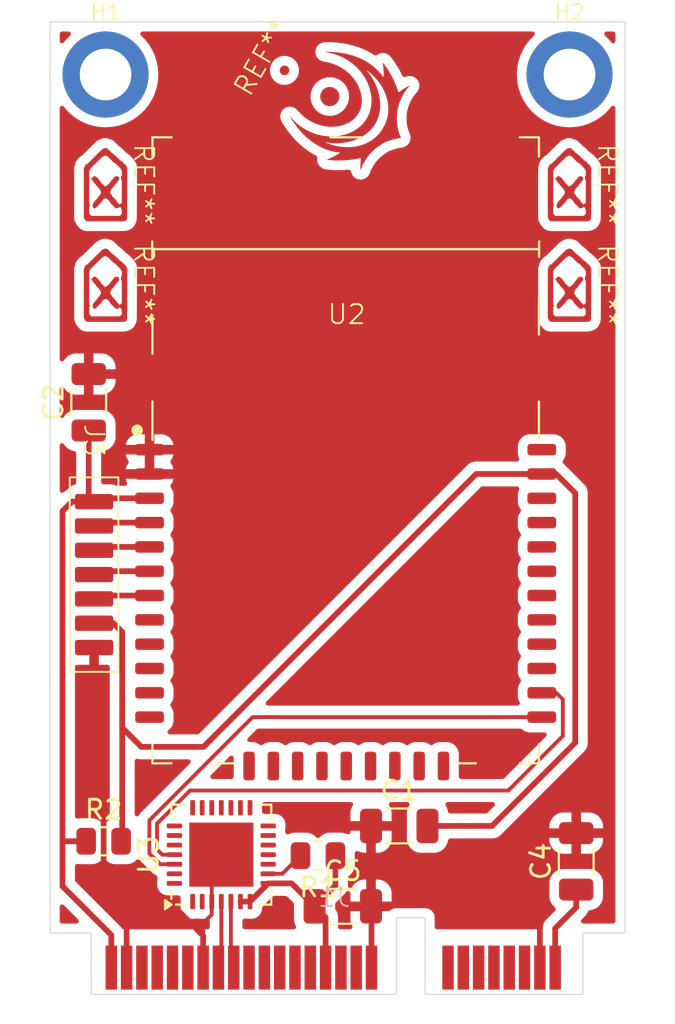
<source format=kicad_pcb>
(kicad_pcb (version 20240108) (generator "pcbnew") (generator_version "8.0")
  (layers (0 "F.Cu" signal) (31 "B.Cu" signal) (34 "B.Paste" user) (35 "F.Paste" user) (36 "B.SilkS" user "B.Silkscreen") (37 "F.SilkS" user "F.Silkscreen") (38 "B.Mask" user) (39 "F.Mask" user) (44 "Edge.Cuts" user))
  (net 0 "")
  (net 1 "GND")
  (net 2 "~{RESET}")
  (net 3 "+3.3V")
  (net 4 "TCK")
  (net 5 "TDI")
  (net 6 "TDO")
  (net 7 "TMS")
  (net 8 "USB_D+")
  (net 9 "RXD")
  (net 10 "TXD")
  (net 11 "USB_D-")
  (net 50 "Net-(U3-~{RST})")
  (footprint "Capacitor_SMD:C_1206_3216Metric" (layer "F.Cu") (at 77.3 109.8)
    (property "Reference" "C5")
    (property "Value" "0.1uF")
  )
  (footprint "Resistor_SMD:R_0805_2012Metric" (layer "F.Cu") (at 64.8 106.4)
    (property "Reference" "R2")
    (property "Value" "4k7")
  )
  (footprint "Capacitor_SMD:C_1206_3216Metric" (layer "F.Cu") (at 89.5 107.45 90)
    (property "Reference" "C4")
    (property "Value" "0.1uF")
  )
  (footprint "Resistor_SMD:R_0805_2012Metric" (layer "F.Cu") (at 76 107.15 180)
    (property "Reference" "R1")
    (property "Value" "4k7")
  )
  (footprint "Logos:0x08" (layer "F.Cu") (at 64.9 77.35 -90)
    (property "Reference" "REF**")
    (property "Value" "0x08")
  )
  (footprint "Logos:0x08" (layer "F.Cu") (at 64.9 72.1 -90)
    (property "Reference" "REF**")
    (property "Value" "0x08")
  )
  (footprint "MountingHole:MountingHole_2.7mm_M2.5_ISO7380_Pad" (layer "F.Cu") (at 89.15 66.35)
    (property "Reference" "H2")
    (property "Value" "MountingHole_Pad")
  )
  (footprint "Logos:0x08" (layer "F.Cu") (at 89.15 77.35 -90)
    (property "Reference" "REF**")
    (property "Value" "0x08")
  )
  (footprint "Package_DFN_QFN:QFN-28-1EP_5x5mm_P0.5mm_EP3.35x3.35mm" (layer "F.Cu") (at 70.95 107.1 90)
    (property "Reference" "U3")
    (property "Value" "CP2102N-Axx-xQFN28")
  )
  (footprint "Logos:0x08" (layer "F.Cu") (at 89.15 72.1 -90)
    (property "Reference" "REF**")
    (property "Value" "0x08")
  )
  (footprint "Capacitor_SMD:C_1206_3216Metric" (layer "F.Cu") (at 80.25 105.6)
    (property "Reference" "C1")
    (property "Value" "1nF")
  )
  (footprint "Logos:chernoburkv" (layer "F.Cu") (at 77.186303 67.835247 60)
    (property "Reference" "REF**")
    (property "Value" "chernoburkv")
  )
  (footprint "Custom_Symbols:JTAG_TestPoints" (layer "F.Cu") (at 64.3 92.47 -90)
    (property "Reference" "J3")
    (property "Value" "JTAG")
  )
  (footprint "MountingHole:MountingHole_2.7mm_M2.5_ISO7380_Pad" (layer "F.Cu") (at 64.9 66.35)
    (property "Reference" "H1")
    (property "Value" "MountingHole_Pad")
  )
  (footprint "Capacitor_SMD:C_1206_3216Metric" (layer "F.Cu") (at 64.02 83.47 90)
    (property "Reference" "C2")
    (property "Value" "0.1uF")
  )
  (footprint "Custom_Symbols:CC2538_Module" (layer "F.Cu") (at 77.5 86.5)
    (property "Reference" "U2")
    (property "Value" "CC2538")
  )
  (footprint "Custom_Symbols:Mini_PCIe_Side1" (layer "B.Cu") (at 76.85 111.86 180)
    (property "Reference" "J1")
    (property "Value" "Bus_PCI_Express_Mini" (hide yes))
  )
  (gr_line (start 62.8 63.6) (end 91.25 63.6) (stroke (width 0.05)) (layer "Edge.Cuts"))
  (gr_line (start 62 110.4) (end 62 64.4) (stroke (width 0.05)) (layer "Edge.Cuts"))
  (gr_line (start 92.05 63.6) (end 91.25 63.6) (stroke (width 0.05)) (layer "Edge.Cuts"))
  (gr_line (start 80.1 114.4) (end 64.15 114.4) (stroke (width 0.05)) (layer "Edge.Cuts"))
  (gr_line (start 80.1 114.4) (end 80.1 110.4) (stroke (width 0.05)) (layer "Edge.Cuts"))
  (gr_line (start 81.6 110.4) (end 81.6 114.4) (stroke (width 0.05)) (layer "Edge.Cuts"))
  (gr_line (start 62 110.4) (end 62 111.2) (stroke (width 0.05)) (layer "Edge.Cuts"))
  (gr_line (start 92.05 64.4) (end 92.05 63.6) (stroke (width 0.05)) (layer "Edge.Cuts"))
  (gr_line (start 89.85 114.4) (end 89.85 111.2) (stroke (width 0.05)) (layer "Edge.Cuts"))
  (gr_line (start 62 111.2) (end 64.15 111.2) (stroke (width 0.05)) (layer "Edge.Cuts"))
  (gr_line (start 64.15 111.2) (end 64.15 114.4) (stroke (width 0.05)) (layer "Edge.Cuts"))
  (gr_line (start 80.1 110.4) (end 81.6 110.4) (stroke (width 0.05)) (layer "Edge.Cuts"))
  (gr_line (start 62 63.6) (end 62.8 63.6) (stroke (width 0.05)) (layer "Edge.Cuts"))
  (gr_line (start 89.85 111.2) (end 92.05 111.2) (stroke (width 0.05)) (layer "Edge.Cuts"))
  (gr_line (start 62 64.4) (end 62 63.6) (stroke (width 0.05)) (layer "Edge.Cuts"))
  (gr_line (start 92.05 110.4) (end 92.05 64.4) (stroke (width 0.05)) (layer "Edge.Cuts"))
  (gr_line (start 92.05 111.2) (end 92.05 110.4) (stroke (width 0.05)) (layer "Edge.Cuts"))
  (gr_line (start 81.6 114.4) (end 89.85 114.4) (stroke (width 0.05)) (layer "Edge.Cuts"))
  (segment (start 70.45 108.1025) (end 70.45 110.23) (width 0.2) (layer "F.Cu") (net 1))
  (segment (start 68.67 110) (end 70 111.33) (width 0.3) (layer "F.Cu") (net 1))
  (segment (start 71.2 107.3525) (end 70.45 108.1025) (width 0.2) (layer "F.Cu") (net 1))
  (segment (start 70 111.33) (end 70 113) (width 0.3) (layer "F.Cu") (net 1))
  (segment (start 78.8 113) (end 78.8 110.7) (width 0.3) (layer "F.Cu") (net 1))
  (segment (start 66 113) (end 66 110) (width 0.3) (layer "F.Cu") (net 1))
  (segment (start 66 110) (end 68.67 110) (width 0.3) (layer "F.Cu") (net 1))
  (segment (start 64.8 108.8) (end 64.8 104.9) (width 0.3) (layer "F.Cu") (net 1))
  (segment (start 70 110.68) (end 70 113) (width 0.2) (layer "F.Cu") (net 1))
  (segment (start 70.45 110.23) (end 70 110.68) (width 0.2) (layer "F.Cu") (net 1))
  (segment (start 87.6 113) (end 87.6 110.7) (width 0.3) (layer "F.Cu") (net 1))
  (segment (start 66 110) (end 64.8 108.8) (width 0.3) (layer "F.Cu") (net 1))
  (segment (start 65.77 98.9) (end 65.77 106.3425) (width 0.3) (layer "F.Cu") (net 2))
  (segment (start 65.77 106.3425) (end 65.7125 106.4) (width 0.3) (layer "F.Cu") (net 2))
  (segment (start 66.77 101.47) (end 70.02 101.47) (width 0.3) (layer "F.Cu") (net 2))
  (segment (start 70.02 101.47) (end 84.275 87.215) (width 0.3) (layer "F.Cu") (net 2))
  (segment (start 64.02 95.01) (end 65.31 95.01) (width 0.3) (layer "F.Cu") (net 2))
  (segment (start 89.45 88.215001) (end 88.449999 87.215) (width 0.3) (layer "F.Cu") (net 2))
  (segment (start 85.1 105.6) (end 89.45 101.25) (width 0.3) (layer "F.Cu") (net 2))
  (segment (start 65.77 100.47) (end 66.77 101.47) (width 0.3) (layer "F.Cu") (net 2))
  (segment (start 65.77 98.9) (end 65.77 100.47) (width 0.3) (layer "F.Cu") (net 2))
  (segment (start 65.31 95.01) (end 65.77 95.47) (width 0.3) (layer "F.Cu") (net 2))
  (segment (start 81.725 105.6) (end 85.1 105.6) (width 0.3) (layer "F.Cu") (net 2))
  (segment (start 65.77 95.47) (end 65.77 98.9) (width 0.3) (layer "F.Cu") (net 2))
  (segment (start 89.45 101.25) (end 89.45 88.215001) (width 0.3) (layer "F.Cu") (net 2))
  (segment (start 88.449999 87.215) (end 87.7 87.215) (width 0.3) (layer "F.Cu") (net 2))
  (segment (start 84.275 87.215) (end 87.7 87.215) (width 0.3) (layer "F.Cu") (net 2))
  (segment (start 62.65 108.75) (end 65.2 111.3) (width 0.3) (layer "F.Cu") (net 3))
  (segment (start 65.2 111.3) (end 65.2 113) (width 0.3) (layer "F.Cu") (net 3))
  (segment (start 64.195 88.485) (end 64.02 88.66) (width 0.3) (layer "F.Cu") (net 3))
  (segment (start 75.825 109.8) (end 76.9125 108.7125) (width 0.3) (layer "F.Cu") (net 3))
  (segment (start 75.825 110.025) (end 75.825 109.8) (width 0.3) (layer "F.Cu") (net 3))
  (segment (start 67.2 88.485) (end 64.195 88.485) (width 0.3) (layer "F.Cu") (net 3))
  (segment (start 63.14 88.66) (end 62.65 89.15) (width 0.3) (layer "F.Cu") (net 3))
  (segment (start 76.4 110.6) (end 76.4 113) (width 0.3) (layer "F.Cu") (net 3))
  (segment (start 62.65 89.15) (end 62.65 106.4) (width 0.3) (layer "F.Cu") (net 3))
  (segment (start 64.02 84.945) (end 64.02 88.66) (width 0.3) (layer "F.Cu") (net 3))
  (segment (start 62.65 106.4) (end 62.65 108.75) (width 0.3) (layer "F.Cu") (net 3))
  (segment (start 71.95 109.55) (end 72.45 109.55) (width 0.3) (layer "F.Cu") (net 3))
  (segment (start 64.3 88.66) (end 63.14 88.66) (width 0.3) (layer "F.Cu") (net 3))
  (segment (start 72.45 109.55) (end 73.4 108.6) (width 0.3) (layer "F.Cu") (net 3))
  (segment (start 63.8875 106.4) (end 62.65 106.4) (width 0.3) (layer "F.Cu") (net 3))
  (segment (start 88.4 113) (end 88.4 110.95) (width 0.3) (layer "F.Cu") (net 3))
  (segment (start 88.4 110.95) (end 89.5 109.85) (width 0.3) (layer "F.Cu") (net 3))
  (segment (start 76.9125 108.7125) (end 76.9125 107.2) (width 0.3) (layer "F.Cu") (net 3))
  (segment (start 74.625 108.6) (end 73.4 108.6) (width 0.3) (layer "F.Cu") (net 3))
  (segment (start 76.4 110.6) (end 75.825 110.025) (width 0.3) (layer "F.Cu") (net 3))
  (segment (start 76.4 110.375) (end 74.625 108.6) (width 0.3) (layer "F.Cu") (net 3))
  (segment (start 76.4 110.6) (end 76.4 110.375) (width 0.3) (layer "F.Cu") (net 3))
  (segment (start 89.5 109.85) (end 89.5 108.925) (width 0.3) (layer "F.Cu") (net 3))
  (segment (start 67.2 91.025) (end 64.195 91.025) (width 0.3) (layer "F.Cu") (net 4))
  (segment (start 64.195 91.025) (end 64.02 91.2) (width 0.3) (layer "F.Cu") (net 4))
  (segment (start 67.2 93.565) (end 64.195 93.565) (width 0.3) (layer "F.Cu") (net 5))
  (segment (start 64.195 93.565) (end 64.02 93.74) (width 0.3) (layer "F.Cu") (net 5))
  (segment (start 67.2 92.295) (end 64.195 92.295) (width 0.3) (layer "F.Cu") (net 6))
  (segment (start 64.195 92.295) (end 64.02 92.47) (width 0.3) (layer "F.Cu") (net 6))
  (segment (start 67.2 89.755) (end 64.195 89.755) (width 0.3) (layer "F.Cu") (net 7))
  (segment (start 64.195 89.755) (end 64.02 89.93) (width 0.3) (layer "F.Cu") (net 7))
  (segment (start 70.8 113) (end 70.95 112.85) (width 0.2) (layer "F.Cu") (net 8))
  (segment (start 70.95 112.85) (end 70.95 109.29) (width 0.2) (layer "F.Cu") (net 8))
  (segment (start 88.8 100.9) (end 85.95 103.75) (width 0.2) (layer "F.Cu") (net 9))
  (segment (start 69.315686 103.75) (end 67.59 105.475686) (width 0.2) (layer "F.Cu") (net 9))
  (segment (start 87.7 98.645) (end 88.449999 98.645) (width 0.2) (layer "F.Cu") (net 9))
  (segment (start 67.86 107.1) (end 68.5 107.1) (width 0.2) (layer "F.Cu") (net 9))
  (segment (start 85.95 103.75) (end 69.315686 103.75) (width 0.2) (layer "F.Cu") (net 9))
  (segment (start 67.59 105.475686) (end 67.59 106.83) (width 0.2) (layer "F.Cu") (net 9))
  (segment (start 88.8 98.995001) (end 88.8 100.9) (width 0.2) (layer "F.Cu") (net 9))
  (segment (start 67.59 106.83) (end 67.86 107.1) (width 0.2) (layer "F.Cu") (net 9))
  (segment (start 88.449999 98.645) (end 88.8 98.995001) (width 0.2) (layer "F.Cu") (net 9))
  (segment (start 67.75 107.6) (end 68.5 107.6) (width 0.2) (layer "F.Cu") (net 10))
  (segment (start 67.19 105.31) (end 67.19 107.04) (width 0.2) (layer "F.Cu") (net 10))
  (segment (start 87.7 99.915) (end 72.585 99.915) (width 0.2) (layer "F.Cu") (net 10))
  (segment (start 67.19 107.04) (end 67.75 107.6) (width 0.2) (layer "F.Cu") (net 10))
  (segment (start 72.585 99.915) (end 67.19 105.31) (width 0.2) (layer "F.Cu") (net 10))
  (segment (start 71.6 113) (end 71.45 112.85) (width 0.2) (layer "F.Cu") (net 11))
  (segment (start 71.45 112.85) (end 71.45 109.29) (width 0.2) (layer "F.Cu") (net 11))
  (segment (start 74.1375 108.1) (end 73.4 108.1) (width 0.2) (layer "F.Cu") (net 50))
  (segment (start 75.0875 107.15) (end 74.1375 108.1) (width 0.2) (layer "F.Cu") (net 50))
  (zone (net 1) (net_name "GND") (layer "F.Cu") (connect_pads (clearance 0.5)) (min_thickness 0.25) (fill yes (thermal_gap 0.5) (thermal_bridge_width 0.5) (island_removal_mode 1) (island_area_min 10))
    (polygon (pts (xy 62.2 111) (xy 91.8 111) (xy 91.8 63.8) (xy 62.2 63.8)))
  )
)
</source>
